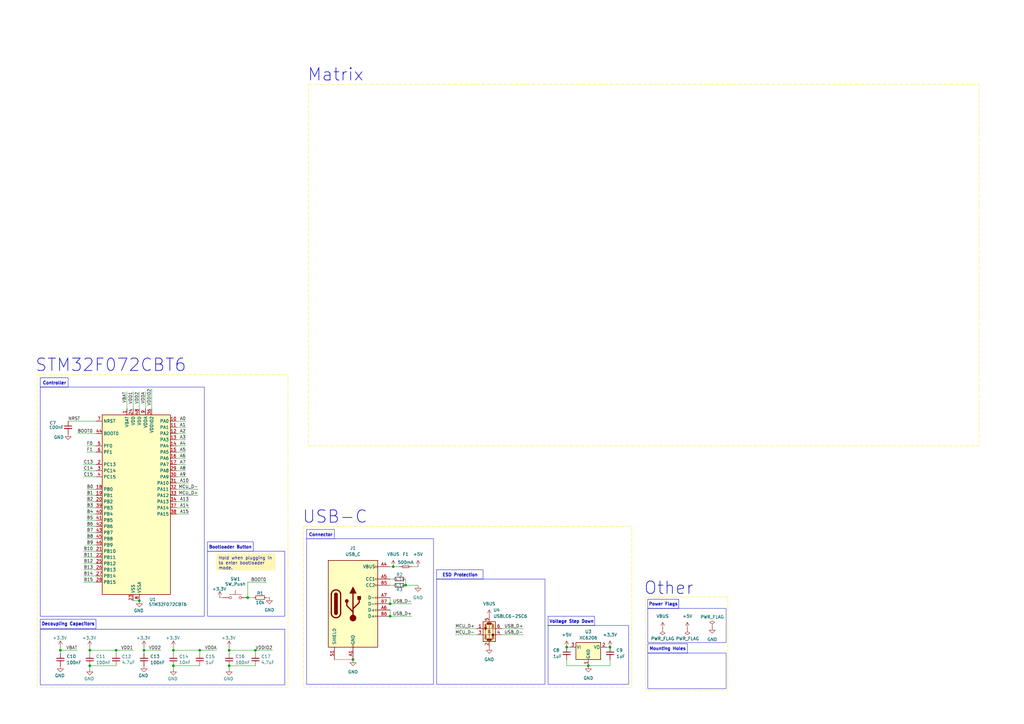
<source format=kicad_sch>
(kicad_sch (version 20231120) (generator "eeschema") (generator_version "8.0")
  (paper "A3")
  (title_block (rev "V1.0.0"))
  (lib_symbols
    (symbol "Connector:USB_C_Receptacle_USB2.0_14P" (pin_names (offset 1.016))
      (property "Reference" "J" (at 0 22.225 0))
      (property "Value" "USB_C_Receptacle_USB2.0_14P" (at 0 19.685 0))
      (symbol "USB_C_Receptacle_USB2.0_14P_0_0"
        (rectangle (start -0.254 -17.78) (end 0.254 -16.764))
        (rectangle (start 10.16 -4.826) (end 9.144 -5.334))
        (rectangle (start 10.16 -2.286) (end 9.144 -2.794))
        (rectangle (start 10.16 0.254) (end 9.144 -0.254))
        (rectangle (start 10.16 2.794) (end 9.144 2.286))
        (rectangle (start 10.16 7.874) (end 9.144 7.366))
        (rectangle (start 10.16 10.414) (end 9.144 9.906))
        (rectangle (start 10.16 15.494) (end 9.144 14.986))
      )
      (symbol "USB_C_Receptacle_USB2.0_14P_0_1"
        (rectangle (start -10.16 17.78) (end 10.16 -17.78) (stroke (width 0.254)) (fill (type background)))
        (arc (start -8.89 -3.81) (mid -6.985 -5.7067) (end -5.08 -3.81) (stroke (width 0.508)))
        (arc (start -7.62 -3.81) (mid -6.985 -4.4423) (end -6.35 -3.81) (stroke (width 0.254)))
        (arc (start -7.62 -3.81) (mid -6.985 -4.4423) (end -6.35 -3.81) (stroke (width 0.254)) (fill (type outline)))
        (rectangle (start -7.62 -3.81) (end -6.35 3.81) (stroke (width 0.254)) (fill (type outline)))
        (arc (start -6.35 3.81) (mid -6.985 4.4423) (end -7.62 3.81) (stroke (width 0.254)))
        (arc (start -6.35 3.81) (mid -6.985 4.4423) (end -7.62 3.81) (stroke (width 0.254)) (fill (type outline)))
        (arc (start -5.08 3.81) (mid -6.985 5.7067) (end -8.89 3.81) (stroke (width 0.508)))
        (circle (center -2.54 1.143) (radius 0.635) (stroke (width 0.254)) (fill (type outline)))
        (circle (center 0 -5.842) (radius 1.27) (fill (type outline)))
        (polyline (pts (xy -8.89 -3.81) (xy -8.89 3.81)) (stroke (width 0.508)))
        (polyline (pts (xy -5.08 3.81) (xy -5.08 -3.81)) (stroke (width 0.508)))
        (polyline (pts (xy 0 -5.842) (xy 0 4.318)) (stroke (width 0.508)))
        (polyline (pts (xy 0 -3.302) (xy -2.54 -0.762) (xy -2.54 0.508)) (stroke (width 0.508)))
        (polyline (pts (xy 0 -2.032) (xy 2.54 0.508) (xy 2.54 1.778)) (stroke (width 0.508)))
        (polyline (pts (xy -1.27 4.318) (xy 0 6.858) (xy 1.27 4.318) (xy -1.27 4.318)) (stroke (width 0.254)) (fill (type outline)))
        (rectangle (start 1.905 1.778) (end 3.175 3.048) (stroke (width 0.254)) (fill (type outline)))
      )
      (symbol "USB_C_Receptacle_USB2.0_14P_1_1"
        (pin passive line (at 0 -22.86 90) (length 5.08) (name "GND") (number "A1"))
        (pin passive line (at 0 -22.86 90) (length 5.08) hide (name "GND") (number "A12"))
        (pin passive line (at 15.24 15.24 180) (length 5.08) (name "VBUS") (number "A4"))
        (pin bidirectional line (at 15.24 10.16 180) (length 5.08) (name "CC1") (number "A5"))
        (pin bidirectional line (at 15.24 -2.54 180) (length 5.08) (name "D+") (number "A6"))
        (pin bidirectional line (at 15.24 2.54 180) (length 5.08) (name "D-") (number "A7"))
        (pin passive line (at 15.24 15.24 180) (length 5.08) hide (name "VBUS") (number "A9"))
        (pin passive line (at 0 -22.86 90) (length 5.08) hide (name "GND") (number "B1"))
        (pin passive line (at 0 -22.86 90) (length 5.08) hide (name "GND") (number "B12"))
        (pin passive line (at 15.24 15.24 180) (length 5.08) hide (name "VBUS") (number "B4"))
        (pin bidirectional line (at 15.24 7.62 180) (length 5.08) (name "CC2") (number "B5"))
        (pin bidirectional line (at 15.24 -5.08 180) (length 5.08) (name "D+") (number "B6"))
        (pin bidirectional line (at 15.24 0 180) (length 5.08) (name "D-") (number "B7"))
        (pin passive line (at 15.24 15.24 180) (length 5.08) hide (name "VBUS") (number "B9"))
        (pin passive line (at -7.62 -22.86 90) (length 5.08) (name "SHIELD") (number "S1"))
      )
    )
    (symbol "Device:C_Small" (pin_numbers hide) (pin_names (offset 0.254) hide)
      (property "Reference" "C" (at 0.254 1.778 0))
      (property "Value" "C_Small" (at 0.254 -2.032 0))
      (symbol "C_Small_0_1"
        (polyline (pts (xy -1.524 -0.508) (xy 1.524 -0.508)) (stroke (width 0.3302)))
        (polyline (pts (xy -1.524 0.508) (xy 1.524 0.508)) (stroke (width 0.3048)))
      )
      (symbol "C_Small_1_1"
        (pin passive line (at 0 2.54 270) (length 2.032) (name "~") (number "1"))
        (pin passive line (at 0 -2.54 90) (length 2.032) (name "~") (number "2"))
      )
    )
    (symbol "Device:Fuse_Small" (pin_numbers hide) (pin_names (offset 0.254) hide)
      (property "Reference" "F" (at 0 -1.524 0))
      (property "Value" "Fuse_Small" (at 0 1.524 0))
      (symbol "Fuse_Small_0_1"
        (rectangle (start -1.27 0.508) (end 1.27 -0.508))
        (polyline (pts (xy -1.27 0) (xy 1.27 0)))
      )
      (symbol "Fuse_Small_1_1"
        (pin passive line (at -2.54 0 0) (length 1.27) (name "~") (number "1"))
        (pin passive line (at 2.54 0 180) (length 1.27) (name "~") (number "2"))
      )
    )
    (symbol "Device:R_Small" (pin_numbers hide) (pin_names (offset 0.254) hide)
      (property "Reference" "R" (at 0.762 0.508 0))
      (property "Value" "R_Small" (at 0.762 -1.016 0))
      (symbol "R_Small_0_1"
        (rectangle (start -0.762 1.778) (end 0.762 -1.778) (stroke (width 0.2032)))
      )
      (symbol "R_Small_1_1"
        (pin passive line (at 0 2.54 270) (length 0.762) (name "~") (number "1"))
        (pin passive line (at 0 -2.54 90) (length 0.762) (name "~") (number "2"))
      )
    )
    (symbol "MCU_ST_STM32F0:STM32F072CBTx"
      (property "Reference" "U" (at -12.7 39.37 0))
      (property "Value" "STM32F072CBTx" (at 10.16 39.37 0))
      (symbol "STM32F072CBTx_0_1"
        (rectangle (start -12.7 -35.56) (end 15.24 38.1) (stroke (width 0.254)) (fill (type background)))
      )
      (symbol "STM32F072CBTx_1_1"
        (pin power_in line (at -2.54 40.64 270) (length 2.54) (name "VBAT") (number "1"))
        (pin bidirectional line (at 17.78 35.56 180) (length 2.54) (name "PA0") (number "10"))
        (pin bidirectional line (at 17.78 33.02 180) (length 2.54) (name "PA1") (number "11"))
        (pin bidirectional line (at 17.78 30.48 180) (length 2.54) (name "PA2") (number "12"))
        (pin bidirectional line (at 17.78 27.94 180) (length 2.54) (name "PA3") (number "13"))
        (pin bidirectional line (at 17.78 25.4 180) (length 2.54) (name "PA4") (number "14"))
        (pin bidirectional line (at 17.78 22.86 180) (length 2.54) (name "PA5") (number "15"))
        (pin bidirectional line (at 17.78 20.32 180) (length 2.54) (name "PA6") (number "16"))
        (pin bidirectional line (at 17.78 17.78 180) (length 2.54) (name "PA7") (number "17"))
        (pin bidirectional line (at -15.24 7.62 0) (length 2.54) (name "PB0") (number "18"))
        (pin bidirectional line (at -15.24 5.08 0) (length 2.54) (name "PB1") (number "19"))
        (pin bidirectional line (at -15.24 17.78 0) (length 2.54) (name "PC13") (number "2"))
        (pin bidirectional line (at -15.24 2.54 0) (length 2.54) (name "PB2") (number "20"))
        (pin bidirectional line (at -15.24 -17.78 0) (length 2.54) (name "PB10") (number "21"))
        (pin bidirectional line (at -15.24 -20.32 0) (length 2.54) (name "PB11") (number "22"))
        (pin power_in line (at 0 -38.1 90) (length 2.54) (name "VSS") (number "23"))
        (pin power_in line (at 0 40.64 270) (length 2.54) (name "VDD") (number "24"))
        (pin bidirectional line (at -15.24 -22.86 0) (length 2.54) (name "PB12") (number "25"))
        (pin bidirectional line (at -15.24 -25.4 0) (length 2.54) (name "PB13") (number "26"))
        (pin bidirectional line (at -15.24 -27.94 0) (length 2.54) (name "PB14") (number "27"))
        (pin bidirectional line (at -15.24 -30.48 0) (length 2.54) (name "PB15") (number "28"))
        (pin bidirectional line (at 17.78 15.24 180) (length 2.54) (name "PA8") (number "29"))
        (pin bidirectional line (at -15.24 15.24 0) (length 2.54) (name "PC14") (number "3"))
        (pin bidirectional line (at 17.78 12.7 180) (length 2.54) (name "PA9") (number "30"))
        (pin bidirectional line (at 17.78 10.16 180) (length 2.54) (name "PA10") (number "31"))
        (pin bidirectional line (at 17.78 7.62 180) (length 2.54) (name "PA11") (number "32"))
        (pin bidirectional line (at 17.78 5.08 180) (length 2.54) (name "PA12") (number "33"))
        (pin bidirectional line (at 17.78 2.54 180) (length 2.54) (name "PA13") (number "34"))
        (pin passive line (at 0 -38.1 90) (length 2.54) hide (name "VSS") (number "35"))
        (pin power_in line (at 7.62 40.64 270) (length 2.54) (name "VDDIO2") (number "36"))
        (pin bidirectional line (at 17.78 0 180) (length 2.54) (name "PA14") (number "37"))
        (pin bidirectional line (at 17.78 -2.54 180) (length 2.54) (name "PA15") (number "38"))
        (pin bidirectional line (at -15.24 0 0) (length 2.54) (name "PB3") (number "39"))
        (pin bidirectional line (at -15.24 12.7 0) (length 2.54) (name "PC15") (number "4"))
        (pin bidirectional line (at -15.24 -2.54 0) (length 2.54) (name "PB4") (number "40"))
        (pin bidirectional line (at -15.24 -5.08 0) (length 2.54) (name "PB5") (number "41"))
        (pin bidirectional line (at -15.24 -7.62 0) (length 2.54) (name "PB6") (number "42"))
        (pin bidirectional line (at -15.24 -10.16 0) (length 2.54) (name "PB7") (number "43"))
        (pin input line (at -15.24 30.48 0) (length 2.54) (name "BOOT0") (number "44"))
        (pin bidirectional line (at -15.24 -12.7 0) (length 2.54) (name "PB8") (number "45"))
        (pin bidirectional line (at -15.24 -15.24 0) (length 2.54) (name "PB9") (number "46"))
        (pin passive line (at 0 -38.1 90) (length 2.54) hide (name "VSS") (number "47"))
        (pin power_in line (at 2.54 40.64 270) (length 2.54) (name "VDD") (number "48"))
        (pin bidirectional line (at -15.24 25.4 0) (length 2.54) (name "PF0") (number "5"))
        (pin bidirectional line (at -15.24 22.86 0) (length 2.54) (name "PF1") (number "6"))
        (pin input line (at -15.24 35.56 0) (length 2.54) (name "NRST") (number "7"))
        (pin power_in line (at 2.54 -38.1 90) (length 2.54) (name "VSSA") (number "8"))
        (pin power_in line (at 5.08 40.64 270) (length 2.54) (name "VDDA") (number "9"))
      )
    )
    (symbol "Power_Protection:USBLC6-2SC6" (pin_names hide)
      (property "Reference" "U" (at 0.635 5.715 0))
      (property "Value" "USBLC6-2SC6" (at 0.635 3.81 0))
      (symbol "USBLC6-2SC6_0_0"
        (circle (center -1.524 0) (radius 0.0001) (stroke (width 0.508)))
        (circle (center -0.508 -4.572) (radius 0.0001) (stroke (width 0.508)))
        (circle (center -0.508 2.032) (radius 0.0001) (stroke (width 0.508)))
        (circle (center 0.508 -4.572) (radius 0.0001) (stroke (width 0.508)))
        (circle (center 0.508 2.032) (radius 0.0001) (stroke (width 0.508)))
        (circle (center 1.524 -2.54) (radius 0.0001) (stroke (width 0.508)))
      )
      (symbol "USBLC6-2SC6_0_1"
        (polyline (pts (xy -2.54 -2.54) (xy 2.54 -2.54)))
        (polyline (pts (xy -2.54 0) (xy 2.54 0)))
        (polyline (pts (xy -2.032 -3.048) (xy -1.016 -3.048)))
        (polyline (pts (xy -1.016 1.524) (xy -2.032 1.524)))
        (polyline (pts (xy 1.016 -3.048) (xy 2.032 -3.048)))
        (polyline (pts (xy 1.016 1.524) (xy 2.032 1.524)))
        (polyline (pts (xy -0.508 -1.143) (xy -0.508 -0.762) (xy 0.508 -0.762)))
        (polyline (pts (xy -2.032 0.508) (xy -1.016 0.508) (xy -1.524 1.524) (xy -2.032 0.508)))
        (polyline (pts (xy -1.016 -4.064) (xy -2.032 -4.064) (xy -1.524 -3.048) (xy -1.016 -4.064)))
        (polyline (pts (xy 0.508 -1.778) (xy -0.508 -1.778) (xy 0 -0.762) (xy 0.508 -1.778)))
        (polyline (pts (xy 2.032 -4.064) (xy 1.016 -4.064) (xy 1.524 -3.048) (xy 2.032 -4.064)))
        (polyline (pts (xy 2.032 0.508) (xy 1.016 0.508) (xy 1.524 1.524) (xy 2.032 0.508)))
        (polyline (pts (xy 0 2.54) (xy -0.508 2.032) (xy 0.508 2.032) (xy 0 1.524) (xy 0 -4.064) (xy -0.508 -4.572) (xy 0.508 -4.572) (xy 0 -5.08)))
      )
      (symbol "USBLC6-2SC6_1_1"
        (rectangle (start -2.54 2.794) (end 2.54 -5.334) (stroke (width 0.254)) (fill (type background)))
        (polyline (pts (xy -0.508 2.032) (xy -1.524 2.032) (xy -1.524 -4.572) (xy -0.508 -4.572)))
        (polyline (pts (xy 0.508 -4.572) (xy 1.524 -4.572) (xy 1.524 2.032) (xy 0.508 2.032)))
        (pin passive line (at -5.08 0 0) (length 2.54) (name "I/O1") (number "1"))
        (pin passive line (at 0 -7.62 90) (length 2.54) (name "GND") (number "2"))
        (pin passive line (at -5.08 -2.54 0) (length 2.54) (name "I/O2") (number "3"))
        (pin passive line (at 5.08 -2.54 180) (length 2.54) (name "I/O2") (number "4"))
        (pin passive line (at 0 5.08 270) (length 2.54) (name "VBUS") (number "5"))
        (pin passive line (at 5.08 0 180) (length 2.54) (name "I/O1") (number "6"))
      )
    )
    (symbol "Regulator_Linear:XC6206PxxxMR" (pin_names (offset 0.254))
      (property "Reference" "U" (at -3.81 3.175 0))
      (property "Value" "XC6206PxxxMR" (at 0 3.175 0))
      (symbol "XC6206PxxxMR_0_1"
        (rectangle (start -5.08 1.905) (end 5.08 -5.08) (stroke (width 0.254)) (fill (type background)))
      )
      (symbol "XC6206PxxxMR_1_1"
        (pin power_in line (at 0 -7.62 90) (length 2.54) (name "GND") (number "1"))
        (pin power_out line (at 7.62 0 180) (length 2.54) (name "VO") (number "2"))
        (pin power_in line (at -7.62 0 0) (length 2.54) (name "VI") (number "3"))
      )
    )
    (symbol "Switch:SW_Push" (pin_numbers hide) (pin_names (offset 1.016) hide)
      (property "Reference" "SW" (at 1.27 2.54 0))
      (property "Value" "SW_Push" (at 0 -1.524 0))
      (symbol "SW_Push_0_1"
        (circle (center -2.032 0) (radius 0.508))
        (polyline (pts (xy 0 1.27) (xy 0 3.048)))
        (polyline (pts (xy 2.54 1.27) (xy -2.54 1.27)))
        (circle (center 2.032 0) (radius 0.508))
        (pin passive line (at -5.08 0 0) (length 2.54) (name "1") (number "1"))
        (pin passive line (at 5.08 0 180) (length 2.54) (name "2") (number "2"))
      )
    )
    (symbol "power:+3.3V" (power) (pin_numbers hide) (pin_names (offset 0) hide)
      (property "Value" "+3.3V" (at 0 3.556 0))
      (symbol "+3.3V_0_1"
        (polyline (pts (xy -0.762 1.27) (xy 0 2.54)))
        (polyline (pts (xy 0 0) (xy 0 2.54)))
        (polyline (pts (xy 0 2.54) (xy 0.762 1.27)))
      )
      (symbol "+3.3V_1_1"
        (pin power_in line (at 0 0 90) (length 0) (name "~") (number "1"))
      )
    )
    (symbol "power:+5V" (power) (pin_numbers hide) (pin_names (offset 0) hide)
      (property "Value" "+5V" (at 0 3.556 0))
      (symbol "+5V_0_1"
        (polyline (pts (xy -0.762 1.27) (xy 0 2.54)))
        (polyline (pts (xy 0 0) (xy 0 2.54)))
        (polyline (pts (xy 0 2.54) (xy 0.762 1.27)))
      )
      (symbol "+5V_1_1"
        (pin power_in line (at 0 0 90) (length 0) (name "~") (number "1"))
      )
    )
    (symbol "power:GND" (power) (pin_numbers hide) (pin_names (offset 0) hide)
      (property "Value" "GND" (at 0 -3.81 0))
      (symbol "GND_0_1"
        (polyline (pts (xy 0 0) (xy 0 -1.27) (xy 1.27 -1.27) (xy 0 -2.54) (xy -1.27 -1.27) (xy 0 -1.27)))
      )
      (symbol "GND_1_1"
        (pin power_in line (at 0 0 270) (length 0) (name "~") (number "1"))
      )
    )
    (symbol "power:PWR_FLAG" (power) (pin_numbers hide) (pin_names (offset 0) hide)
      (property "Value" "PWR_FLAG" (at 0 3.81 0))
      (symbol "PWR_FLAG_0_0"
        (pin power_out line (at 0 0 90) (length 0) (name "~") (number "1"))
      )
      (symbol "PWR_FLAG_0_1"
        (polyline (pts (xy 0 0) (xy 0 1.27) (xy -1.016 1.905) (xy 0 2.54) (xy 1.016 1.905) (xy 0 1.27)))
      )
    )
    (symbol "power:VBUS" (power) (pin_numbers hide) (pin_names (offset 0) hide)
      (property "Value" "VBUS" (at 0 3.556 0))
      (symbol "VBUS_0_1"
        (polyline (pts (xy -0.762 1.27) (xy 0 2.54)))
        (polyline (pts (xy 0 0) (xy 0 2.54)))
        (polyline (pts (xy 0 2.54) (xy 0.762 1.27)))
      )
      (symbol "VBUS_1_1"
        (pin power_in line (at 0 0 90) (length 0) (name "~") (number "1"))
      )
    )
  )
  (junction (at 71.12 273.05))
  (junction (at 161.29 232.41))
  (junction (at 232.41 265.43))
  (junction (at 47.625 266.7))
  (junction (at 59.055 266.7))
  (junction (at 57.15 246.38))
  (junction (at 144.78 270.51))
  (junction (at 36.83 273.05))
  (junction (at 160.02 247.65))
  (junction (at 101.6 245.11))
  (junction (at 160.02 252.73))
  (junction (at 104.775 266.7))
  (junction (at 24.765 266.7))
  (junction (at 93.98 273.05))
  (junction (at 36.83 266.7))
  (junction (at 81.915 266.7))
  (junction (at 166.37 240.03))
  (junction (at 71.12 266.7))
  (junction (at 241.3 273.05))
  (junction (at 250.19 265.43))
  (junction (at 93.98 266.7))
  (wire (pts (xy 34.29 231.14) (xy 39.37 231.14)))
  (wire (pts (xy 34.29 238.76) (xy 39.37 238.76)))
  (wire (pts (xy 71.12 266.7) (xy 71.12 267.97)))
  (wire (pts (xy 34.29 193.04) (xy 39.37 193.04)))
  (wire (pts (xy 160.02 250.19) (xy 160.02 252.73)))
  (wire (pts (xy 160.02 232.41) (xy 161.29 232.41)))
  (wire (pts (xy 52.07 160.655) (xy 52.07 167.64)))
  (wire (pts (xy 27.94 172.72) (xy 39.37 172.72)))
  (wire (pts (xy 76.2 193.04) (xy 72.39 193.04)))
  (wire (pts (xy 248.92 265.43) (xy 250.19 265.43)))
  (wire (pts (xy 76.2 185.42) (xy 72.39 185.42)))
  (wire (pts (xy 24.765 266.7) (xy 24.765 267.97)))
  (wire (pts (xy 101.6 245.11) (xy 104.14 245.11)))
  (wire (pts (xy 47.625 266.7) (xy 47.625 267.97)))
  (wire (pts (xy 81.28 200.66) (xy 72.39 200.66)))
  (wire (pts (xy 24.765 265.43) (xy 24.765 266.7)))
  (wire (pts (xy 137.16 270.51) (xy 144.78 270.51)))
  (wire (pts (xy 166.37 237.49) (xy 166.37 240.03)))
  (wire (pts (xy 76.2 195.58) (xy 72.39 195.58)))
  (wire (pts (xy 160.02 245.11) (xy 160.02 247.65)))
  (wire (pts (xy 168.91 232.41) (xy 171.45 232.41)))
  (wire (pts (xy 241.3 273.05) (xy 250.19 273.05)))
  (wire (pts (xy 35.56 218.44) (xy 39.37 218.44)))
  (wire (pts (xy 35.56 213.36) (xy 39.37 213.36)))
  (wire (pts (xy 93.98 273.05) (xy 104.775 273.05)))
  (wire (pts (xy 36.83 273.05) (xy 47.625 273.05)))
  (wire (pts (xy 77.47 210.82) (xy 72.39 210.82)))
  (wire (pts (xy 35.56 203.2) (xy 39.37 203.2)))
  (wire (pts (xy 34.29 228.6) (xy 39.37 228.6)))
  (wire (pts (xy 160.02 237.49) (xy 161.29 237.49)))
  (wire (pts (xy 76.2 180.34) (xy 72.39 180.34)))
  (wire (pts (xy 250.19 270.51) (xy 250.19 273.05)))
  (wire (pts (xy 232.41 265.43) (xy 233.68 265.43)))
  (wire (pts (xy 35.56 182.88) (xy 39.37 182.88)))
  (wire (pts (xy 76.2 172.72) (xy 72.39 172.72)))
  (wire (pts (xy 186.69 257.81) (xy 195.58 257.81)))
  (wire (pts (xy 66.04 266.7) (xy 59.055 266.7)))
  (wire (pts (xy 109.22 245.11) (xy 110.49 245.11)))
  (wire (pts (xy 161.29 232.41) (xy 163.83 232.41)))
  (wire (pts (xy 104.775 266.7) (xy 111.76 266.7)))
  (wire (pts (xy 54.61 246.38) (xy 57.15 246.38)))
  (wire (pts (xy 36.83 274.32) (xy 36.83 273.05)))
  (wire (pts (xy 59.69 160.655) (xy 59.69 167.64)))
  (wire (pts (xy 62.23 159.385) (xy 62.23 167.64)))
  (wire (pts (xy 35.56 208.28) (xy 39.37 208.28)))
  (wire (pts (xy 34.29 226.06) (xy 39.37 226.06)))
  (wire (pts (xy 34.29 233.68) (xy 39.37 233.68)))
  (wire (pts (xy 93.98 265.43) (xy 93.98 266.7)))
  (wire (pts (xy 71.12 274.32) (xy 71.12 273.05)))
  (wire (pts (xy 214.63 260.35) (xy 205.74 260.35)))
  (wire (pts (xy 186.69 260.35) (xy 195.58 260.35)))
  (wire (pts (xy 35.56 205.74) (xy 39.37 205.74)))
  (wire (pts (xy 76.2 175.26) (xy 72.39 175.26)))
  (wire (pts (xy 34.29 236.22) (xy 39.37 236.22)))
  (wire (pts (xy 36.83 265.43) (xy 36.83 266.7)))
  (wire (pts (xy 77.47 208.28) (xy 72.39 208.28)))
  (wire (pts (xy 57.15 160.655) (xy 57.15 167.64)))
  (wire (pts (xy 93.98 266.7) (xy 93.98 267.97)))
  (wire (pts (xy 214.63 257.81) (xy 205.74 257.81)))
  (wire (pts (xy 232.41 273.05) (xy 241.3 273.05)))
  (wire (pts (xy 101.6 238.76) (xy 101.6 245.11)))
  (wire (pts (xy 47.625 266.7) (xy 54.61 266.7)))
  (wire (pts (xy 168.91 247.65) (xy 160.02 247.65)))
  (wire (pts (xy 168.91 252.73) (xy 160.02 252.73)))
  (wire (pts (xy 81.28 203.2) (xy 72.39 203.2)))
  (wire (pts (xy 59.055 266.7) (xy 59.055 267.97)))
  (wire (pts (xy 76.2 190.5) (xy 72.39 190.5)))
  (wire (pts (xy 76.2 182.88) (xy 72.39 182.88)))
  (wire (pts (xy 35.56 185.42) (xy 39.37 185.42)))
  (wire (pts (xy 71.12 273.05) (xy 81.915 273.05)))
  (wire (pts (xy 232.41 270.51) (xy 232.41 273.05)))
  (wire (pts (xy 34.29 195.58) (xy 39.37 195.58)))
  (wire (pts (xy 59.055 265.43) (xy 59.055 266.7)))
  (wire (pts (xy 76.2 177.8) (xy 72.39 177.8)))
  (wire (pts (xy 90.17 245.11) (xy 91.44 245.11)))
  (wire (pts (xy 93.98 274.32) (xy 93.98 273.05)))
  (wire (pts (xy 71.12 265.43) (xy 71.12 266.7)))
  (wire (pts (xy 36.83 266.7) (xy 47.625 266.7)))
  (wire (pts (xy 109.22 238.76) (xy 101.6 238.76)))
  (wire (pts (xy 35.56 223.52) (xy 39.37 223.52)))
  (wire (pts (xy 104.775 266.7) (xy 104.775 267.97)))
  (wire (pts (xy 81.915 266.7) (xy 81.915 267.97)))
  (wire (pts (xy 35.56 210.82) (xy 39.37 210.82)))
  (wire (pts (xy 36.83 266.7) (xy 36.83 267.97)))
  (wire (pts (xy 160.02 240.03) (xy 161.29 240.03)))
  (wire (pts (xy 31.75 266.7) (xy 24.765 266.7)))
  (wire (pts (xy 54.61 160.655) (xy 54.61 167.64)))
  (wire (pts (xy 71.12 266.7) (xy 81.915 266.7)))
  (wire (pts (xy 81.915 266.7) (xy 88.9 266.7)))
  (wire (pts (xy 77.47 198.12) (xy 72.39 198.12)))
  (wire (pts (xy 77.47 205.74) (xy 72.39 205.74)))
  (wire (pts (xy 35.56 220.98) (xy 39.37 220.98)))
  (wire (pts (xy 76.2 187.96) (xy 72.39 187.96)))
  (wire (pts (xy 31.75 177.8) (xy 39.37 177.8)))
  (wire (pts (xy 34.29 190.5) (xy 39.37 190.5)))
  (wire (pts (xy 166.37 240.03) (xy 171.45 240.03)))
  (wire (pts (xy 35.56 200.66) (xy 39.37 200.66)))
  (wire (pts (xy 93.98 266.7) (xy 104.775 266.7)))
  (wire (pts (xy 35.56 215.9) (xy 39.37 215.9)))
  (rectangle (start 179.07 237.49) (end 223.52 280.67))
  (rectangle (start 16.51 258.064) (end 116.84 280.924))
  (rectangle (start 125.73 217.17) (end 137.16 220.98))
  (rectangle (start 265.684 264.033) (end 281.94 267.843))
  (rectangle (start 224.79 256.54) (end 257.81 280.67))
  (rectangle (start 15.24 153.67) (end 118.11 281.94) (stroke (width 0) (type dash) (color 255 229 36 1)))
  (rectangle (start 16.51 154.94) (end 27.94 158.75))
  (rectangle (start 265.684 245.745) (end 278.384 249.555))
  (rectangle (start 124.46 215.9) (end 259.08 281.94) (stroke (width 0) (type dash) (color 255 229 36 1)))
  (rectangle (start 85.09 222.25) (end 103.886 226.06))
  (rectangle (start 265.684 267.843) (end 297.815 282.448))
  (rectangle (start 264.922 244.856) (end 298.45 283.21) (stroke (width 0) (type dash) (color 255 229 36 1)))
  (rectangle (start 224.79 252.73) (end 243.84 256.54))
  (rectangle (start 85.09 226.06) (end 116.84 252.73))
  (rectangle (start 179.07 233.68) (end 198.12 237.49))
  (rectangle (start 126.492 34.544) (end 401.574 182.88) (stroke (width 0) (type dash) (color 255 229 36 1)))
  (rectangle (start 16.51 158.75) (end 83.82 252.73))
  (rectangle (start 125.73 220.98) (end 177.8 280.67))
  (rectangle (start 265.684 249.555) (end 297.815 263.525))
  (rectangle (start 16.51 254) (end 39.37 257.81))
  (text_box "Hold when plugging in to enter bootloader mode." (at 88.646 227.076 0) (size 24.384 6.858) (stroke (width -0.0001)) (fill (type color) (color 255 229 36 0.33)) (effects (font (size 1.27 1.27)) (justify left top)))
  (text "STM32F072CBT6" (at 45.466 149.86 0) (effects (font (size 5.08 5.08) (thickness 0.254) (bold yes))))
  (text "USB-C\n" (at 137.414 212.09 0) (effects (font (size 5.08 5.08) (thickness 0.254) (bold yes))))
  (text "Mounting Holes" (at 273.812 266.192 0) (effects (font (size 1.27 1.27) (thickness 0.254) (bold yes))))
  (text "Decoupling Capacitors" (at 27.94 256.032 0) (effects (font (size 1.27 1.27) (thickness 0.254) (bold yes))))
  (text "Controller\n" (at 22.352 157.226 0) (effects (font (size 1.27 1.27) (thickness 0.254) (bold yes))))
  (text "ESD Protection" (at 188.722 235.966 0) (effects (font (size 1.27 1.27) (thickness 0.254) (bold yes))))
  (text "Power Flags" (at 272.034 247.904 0) (effects (font (size 1.27 1.27) (thickness 0.254) (bold yes))))
  (text "Voltage Step Down" (at 234.442 255.016 0) (effects (font (size 1.27 1.27) (thickness 0.254) (bold yes))))
  (text "Other" (at 274.32 241.3 0) (effects (font (size 5.08 5.08) (thickness 0.254) (bold yes))))
  (text "Bootloader Button" (at 94.488 224.536 0) (effects (font (size 1.27 1.27) (thickness 0.254) (bold yes))))
  (text "Matrix" (at 137.668 30.734 0) (effects (font (size 5.08 5.08) (thickness 0.254) (bold yes))))
  (text "Connector\n" (at 131.572 219.456 0) (effects (font (size 1.27 1.27) (thickness 0.254) (bold yes))))
  (label "A7" (at 76.2 190.5 180))
  (label "A6" (at 76.2 187.96 180))
  (label "A10" (at 77.47 198.12 180))
  (label "B0" (at 35.56 200.66 0))
  (label "B6" (at 35.56 215.9 0))
  (label "MCU_D-" (at 81.28 200.66 180))
  (label "A3" (at 76.2 180.34 180))
  (label "B7" (at 35.56 218.44 0))
  (label "A15" (at 77.47 210.82 180))
  (label "VBAT" (at 31.75 266.7 180))
  (label "A5" (at 76.2 185.42 180))
  (label "B5" (at 35.56 213.36 0))
  (label "B1" (at 35.56 203.2 0))
  (label "B9" (at 35.56 223.52 0))
  (label "VDDIO2" (at 62.23 159.385 270))
  (label "USB_D+" (at 168.91 252.73 180))
  (label "B11" (at 34.29 228.6 0))
  (label "B4" (at 35.56 210.82 0))
  (label "MCU_D+" (at 81.28 203.2 180))
  (label "A14" (at 77.47 208.28 180))
  (label "NRST" (at 27.94 172.72 0))
  (label "VDDIO2" (at 111.76 266.7 180))
  (label "VDD2" (at 57.15 160.655 270))
  (label "A2" (at 76.2 177.8 180))
  (label "VDDA" (at 59.69 160.655 270))
  (label "F0" (at 35.56 182.88 0))
  (label "BOOT0" (at 109.22 238.76 180))
  (label "B15" (at 34.29 238.76 0))
  (label "F1" (at 35.56 185.42 0))
  (label "A13" (at 77.47 205.74 180))
  (label "B12" (at 34.29 231.14 0))
  (label "A9" (at 76.2 195.58 180))
  (label "A8" (at 76.2 193.04 180))
  (label "C13" (at 34.29 190.5 0))
  (label "B8" (at 35.56 220.98 0))
  (label "USB_D-" (at 168.91 247.65 180))
  (label "MCU_D-" (at 186.69 260.35 0))
  (label "BOOT0" (at 31.75 177.8 0))
  (label "A1" (at 76.2 175.26 180))
  (label "B2" (at 35.56 205.74 0))
  (label "C15" (at 34.29 195.58 0))
  (label "B13" (at 34.29 233.68 0))
  (label "VDD1" (at 54.61 160.655 270))
  (label "VDDA" (at 88.9 266.7 180))
  (label "VDD2" (at 66.04 266.7 180))
  (label "B3" (at 35.56 208.28 0))
  (label "B10" (at 34.29 226.06 0))
  (label "USB_D-" (at 214.63 260.35 180))
  (label "VBAT" (at 52.07 160.655 270))
  (label "A0" (at 76.2 172.72 180))
  (label "B14" (at 34.29 236.22 0))
  (label "MCU_D+" (at 186.69 257.81 0))
  (label "A4" (at 76.2 182.88 180))
  (label "USB_D+" (at 214.63 257.81 180))
  (label "VDD1" (at 54.61 266.7 180))
  (label "C14" (at 34.29 193.04 0))
  (symbol (lib_id "power:+3.3V") (at 93.98 265.43 0) (unit 1)
    (property "Reference" "#PWR024" (effects (hide yes)))
    (property "Value" "+3.3V" (at 93.726 261.62 0))
    (property "Description" "Power symbol creates a global label with name \"+3.3V\"" (effects (hide yes)))
  )
  (symbol (lib_id "power:+3.3V") (at 90.17 245.11 0) (unit 1)
    (property "Reference" "#PWR06" (effects (hide yes)))
    (property "Value" "+3.3V" (at 89.916 241.554 0))
    (property "Description" "Power symbol creates a global label with name \"+3.3V\"" (effects (hide yes)))
  )
  (symbol (lib_id "MCU_ST_STM32F0:STM32F072CBTx") (at 54.61 208.28 0) (unit 1)
    (property "Reference" "U1" (at 61.214 245.872 0) (effects (justify left)))
    (property "Value" "STM32F072CBT6" (at 60.96 247.904 0) (effects (justify left)))
    (property "Footprint" "ScottoKeebs_Components:Package_LQFP-48_7x7mm_P0.5" (effects (hide yes)))
    (property "Datasheet" "https://www.st.com/resource/en/datasheet/stm32f072cb.pdf" (effects (hide yes)))
    (property "Description" "STMicroelectronics Arm Cortex-M0 MCU, 128KB flash, 16KB RAM, 48 MHz, 2.0-3.6V, 37 GPIO, LQFP48" (effects (hide yes)))
    (property "LCSC" "C81720" (effects (hide yes)))
    (property "JlcRotOffset" "-90" (effects (hide yes)))
  )
  (symbol (lib_id "Regulator_Linear:XC6206PxxxMR") (at 241.3 265.43 0) (unit 1)
    (property "Reference" "U3" (at 241.3 259.08 0))
    (property "Value" "XC6206" (at 241.3 261.62 0))
    (property "Footprint" "ScottoKeebs_Components:Voltage_SOT-23" (effects (hide yes)))
    (property "Datasheet" "https://www.torexsemi.com/file/xc6206/XC6206.pdf" (effects (hide yes)))
    (property "Description" "Positive 60-250mA Low Dropout Regulator, Fixed Output, SOT-23" (effects (hide yes)))
    (property "LCSC" "C5446" (effects (hide yes)))
    (property "JlcRotOffset" "180" (effects (hide yes)))
  )
  (symbol (lib_id "power:+5V") (at 171.45 232.41 0) (unit 1)
    (property "Reference" "#PWR010" (effects (hide yes)))
    (property "Value" "+5V" (at 171.45 227.33 0))
    (property "Description" "Power symbol creates a global label with name \"+5V\"" (effects (hide yes)))
  )
  (symbol (lib_id "power:GND") (at 57.15 246.38 0) (unit 1)
    (property "Reference" "#PWR02" (effects (hide yes)))
    (property "Value" "GND" (at 56.896 250.444 0))
    (property "Description" "Power symbol creates a global label with name \"GND\" , ground" (effects (hide yes)))
  )
  (symbol (lib_id "Device:R_Small") (at 106.68 245.11 270) (unit 1)
    (property "Reference" "R1" (at 106.68 243.332 90))
    (property "Value" "10k" (at 106.68 247.142 90))
    (property "Footprint" "ScottoKeebs_Components:Resistor_0402" (effects (hide yes)))
    (property "Description" "Resistor, small symbol" (effects (hide yes)))
    (property "LCSC" "C25744" (effects (hide yes)))
  )
  (symbol (lib_id "Device:C_Small") (at 36.83 270.51 180) (unit 1)
    (property "Reference" "C11" (at 39.37 269.2335 0) (effects (justify right)))
    (property "Value" "100nF" (at 39.37 271.7735 0) (effects (justify right)))
    (property "Footprint" "ScottoKeebs_Components:Capacitor_0402" (effects (hide yes)))
    (property "Description" "Unpolarized capacitor, small symbol" (effects (hide yes)))
    (property "LCSC" "C307331" (effects (hide yes)))
    (property "MPN" "CL05B104KB54PNC" (effects (hide yes)))
  )
  (symbol (lib_id "power:+3.3V") (at 24.765 265.43 0) (unit 1)
    (property "Reference" "#PWR020" (effects (hide yes)))
    (property "Value" "+3.3V" (at 24.511 261.62 0))
    (property "Description" "Power symbol creates a global label with name \"+3.3V\"" (effects (hide yes)))
  )
  (symbol (lib_id "power:+5V") (at 232.41 265.43 0) (unit 1)
    (property "Reference" "#PWR016" (effects (hide yes)))
    (property "Value" "+5V" (at 232.41 260.35 0))
    (property "Description" "Power symbol creates a global label with name \"+5V\"" (effects (hide yes)))
  )
  (symbol (lib_id "power:GND") (at 71.12 274.32 0) (unit 1)
    (property "Reference" "#PWR028" (effects (hide yes)))
    (property "Value" "GND" (at 70.866 278.384 0))
    (property "Description" "Power symbol creates a global label with name \"GND\" , ground" (effects (hide yes)))
  )
  (symbol (lib_id "Power_Protection:USBLC6-2SC6") (at 200.66 257.81 0) (unit 1)
    (property "Reference" "U4" (at 202.3111 250.19 0) (effects (justify left)))
    (property "Value" "USBLC6-2SC6" (at 202.3111 252.73 0) (effects (justify left)))
    (property "Footprint" "ScottoKeebs_Components:ESD_SOT-23-6" (effects (hide yes)))
    (property "Datasheet" "https://www.st.com/resource/en/datasheet/usblc6-2.pdf" (effects (hide yes)))
    (property "Description" "Very low capacitance ESD protection diode, 2 data-line, SOT-23-6" (effects (hide yes)))
    (property "LCSC" "C2827654" (effects (hide yes)))
    (property "JlcRotOffset" "-90" (effects (hide yes)))
  )
  (symbol (lib_id "power:+5V") (at 281.94 257.81 0) (unit 1)
    (property "Reference" "#PWR019" (effects (hide yes)))
    (property "Value" "+5V" (at 281.94 252.73 0))
    (property "Description" "Power symbol creates a global label with name \"+5V\"" (effects (hide yes)))
  )
  (symbol (lib_id "power:+3.3V") (at 36.83 265.43 0) (unit 1)
    (property "Reference" "#PWR021" (effects (hide yes)))
    (property "Value" "+3.3V" (at 36.576 261.62 0))
    (property "Description" "Power symbol creates a global label with name \"+3.3V\"" (effects (hide yes)))
  )
  (symbol (lib_id "Device:C_Small") (at 232.41 267.97 0) (unit 1)
    (property "Reference" "C8" (at 226.822 266.7 0) (effects (justify left)))
    (property "Value" "1uF" (at 226.822 269.24 0) (effects (justify left)))
    (property "Footprint" "ScottoKeebs_Components:Capacitor_0402" (effects (hide yes)))
    (property "Description" "Unpolarized capacitor, small symbol" (effects (hide yes)))
    (property "LCSC" "C52923" (effects (hide yes)))
  )
  (symbol (lib_id "power:GND") (at 144.78 270.51 0) (unit 1)
    (property "Reference" "#PWR08" (effects (hide yes)))
    (property "Value" "GND" (at 144.78 275.59 0))
    (property "Description" "Power symbol creates a global label with name \"GND\" , ground" (effects (hide yes)))
  )
  (symbol (lib_id "power:PWR_FLAG") (at 292.1 257.175 0) (unit 1)
    (property "Reference" "#FLG01" (effects (hide yes)))
    (property "Value" "PWR_FLAG" (at 292.1 253.0419 0))
    (property "Description" "Special symbol for telling ERC where power comes from" (effects (hide yes)))
  )
  (symbol (lib_id "Device:C_Small") (at 104.775 270.51 180) (unit 1)
    (property "Reference" "C17" (at 107.0991 269.2914 0) (effects (justify right)))
    (property "Value" "4.7uF" (at 107.0991 271.7157 0) (effects (justify right)))
    (property "Footprint" "ScottoKeebs_Components:Capacitor_0402" (effects (hide yes)))
    (property "Description" "Unpolarized capacitor, small symbol" (effects (hide yes)))
    (property "LCSC" "C23733" (effects (hide yes)))
    (property "MPN" "CL05A475MP5NRNC" (effects (hide yes)))
  )
  (symbol (lib_id "power:GND") (at 110.49 245.11 0) (unit 1)
    (property "Reference" "#PWR07" (effects (hide yes)))
    (property "Value" "GND" (at 110.49 250.19 0))
    (property "Description" "Power symbol creates a global label with name \"GND\" , ground" (effects (hide yes)))
  )
  (symbol (lib_id "power:GND") (at 59.055 273.05 0) (unit 1)
    (property "Reference" "#PWR026" (effects (hide yes)))
    (property "Value" "GND" (at 58.801 277.114 0))
    (property "Description" "Power symbol creates a global label with name \"GND\" , ground" (effects (hide yes)))
  )
  (symbol (lib_id "power:GND") (at 36.83 274.32 0) (unit 1)
    (property "Reference" "#PWR027" (effects (hide yes)))
    (property "Value" "GND" (at 36.576 278.384 0))
    (property "Description" "Power symbol creates a global label with name \"GND\" , ground" (effects (hide yes)))
  )
  (symbol (lib_id "power:GND") (at 241.3 273.05 0) (unit 1)
    (property "Reference" "#PWR015" (effects (hide yes)))
    (property "Value" "GND" (at 241.3 278.13 0))
    (property "Description" "Power symbol creates a global label with name \"GND\" , ground" (effects (hide yes)))
  )
  (symbol (lib_id "Device:C_Small") (at 47.625 270.51 180) (unit 1)
    (property "Reference" "C12" (at 49.9491 269.2914 0) (effects (justify right)))
    (property "Value" "4.7uF" (at 49.9491 271.7157 0) (effects (justify right)))
    (property "Footprint" "ScottoKeebs_Components:Capacitor_0402" (effects (hide yes)))
    (property "Description" "Unpolarized capacitor, small symbol" (effects (hide yes)))
    (property "LCSC" "C23733" (effects (hide yes)))
    (property "MPN" "CL05A475MP5NRNC" (effects (hide yes)))
  )
  (symbol (lib_id "power:+3.3V") (at 71.12 265.43 0) (unit 1)
    (property "Reference" "#PWR023" (effects (hide yes)))
    (property "Value" "+3.3V" (at 70.866 261.62 0))
    (property "Description" "Power symbol creates a global label with name \"+3.3V\"" (effects (hide yes)))
  )
  (symbol (lib_id "Device:C_Small") (at 81.915 270.51 180) (unit 1)
    (property "Reference" "C15" (at 84.2391 269.2914 0) (effects (justify right)))
    (property "Value" "1uF" (at 84.2391 271.7157 0) (effects (justify right)))
    (property "Footprint" "ScottoKeebs_Components:Capacitor_0402" (effects (hide yes)))
    (property "Description" "Unpolarized capacitor, small symbol" (effects (hide yes)))
    (property "LCSC" "C52923" (effects (hide yes)))
    (property "MPN" "CL05A105KA5NQNC" (effects (hide yes)))
  )
  (symbol (lib_id "power:VBUS") (at 271.78 257.81 0) (unit 1)
    (property "Reference" "#PWR018" (effects (hide yes)))
    (property "Value" "VBUS" (at 271.78 252.73 0))
    (property "Description" "Power symbol creates a global label with name \"VBUS\"" (effects (hide yes)))
  )
  (symbol (lib_id "Device:C_Small") (at 24.765 270.51 180) (unit 1)
    (property "Reference" "C10" (at 27.305 269.2335 0) (effects (justify right)))
    (property "Value" "100nF" (at 27.305 271.7735 0) (effects (justify right)))
    (property "Footprint" "ScottoKeebs_Components:Capacitor_0402" (effects (hide yes)))
    (property "Description" "Unpolarized capacitor, small symbol" (effects (hide yes)))
    (property "LCSC" "C307331" (effects (hide yes)))
    (property "MPN" "CL05B104KB54PNC" (effects (hide yes)))
  )
  (symbol (lib_id "Device:C_Small") (at 27.94 175.26 0) (unit 1)
    (property "Reference" "C7" (at 20.32 173.482 0) (effects (justify left)))
    (property "Value" "100nF" (at 20.066 175.26 0) (effects (justify left)))
    (property "Footprint" "ScottoKeebs_Components:Capacitor_0402" (effects (hide yes)))
    (property "Description" "Unpolarized capacitor, small symbol" (effects (hide yes)))
    (property "LCSC" "C307331" (effects (hide yes)))
  )
  (symbol (lib_id "power:GND") (at 292.1 257.175 0) (unit 1)
    (property "Reference" "#PWR017" (effects (hide yes)))
    (property "Value" "GND" (at 292.1 262.255 0))
    (property "Description" "Power symbol creates a global label with name \"GND\" , ground" (effects (hide yes)))
  )
  (symbol (lib_id "Device:R_Small") (at 163.83 240.03 90) (unit 1)
    (property "Reference" "R3" (at 163.83 241.808 90))
    (property "Value" "5.1k" (at 163.83 240.03 90))
    (property "Footprint" "ScottoKeebs_Components:Resistor_0402" (effects (hide yes)))
    (property "Description" "Resistor, small symbol" (effects (hide yes)))
    (property "LCSC" "C25905" (effects (hide yes)))
  )
  (symbol (lib_id "power:+3.3V") (at 250.19 265.43 0) (unit 1)
    (property "Reference" "#PWR014" (effects (hide yes)))
    (property "Value" "+3.3V" (at 250.19 260.35 0))
    (property "Description" "Power symbol creates a global label with name \"+3.3V\"" (effects (hide yes)))
  )
  (symbol (lib_id "power:PWR_FLAG") (at 271.78 257.81 180) (unit 1)
    (property "Reference" "#FLG02" (effects (hide yes)))
    (property "Value" "PWR_FLAG" (at 271.78 261.9431 0))
    (property "Description" "Special symbol for telling ERC where power comes from" (effects (hide yes)))
  )
  (symbol (lib_id "power:GND") (at 200.66 265.43 0) (unit 1)
    (property "Reference" "#PWR013" (effects (hide yes)))
    (property "Value" "GND" (at 200.66 270.51 0))
    (property "Description" "Power symbol creates a global label with name \"GND\" , ground" (effects (hide yes)))
  )
  (symbol (lib_id "Device:R_Small") (at 163.83 237.49 90) (unit 1)
    (property "Reference" "R2" (at 163.83 235.712 90))
    (property "Value" "5.1k" (at 163.83 237.49 90))
    (property "Footprint" "ScottoKeebs_Components:Resistor_0402" (effects (hide yes)))
    (property "Description" "Resistor, small symbol" (effects (hide yes)))
    (property "LCSC" "C25905" (effects (hide yes)))
  )
  (symbol (lib_id "Device:Fuse_Small") (at 166.37 232.41 0) (unit 1)
    (property "Reference" "F1" (at 166.37 227.33 0))
    (property "Value" "500mA" (at 166.37 230.632 0))
    (property "Footprint" "ScottoKeebs_Components:Fuse_0603" (effects (hide yes)))
    (property "Description" "Fuse, small symbol" (effects (hide yes)))
    (property "LCSC" "C210357" (effects (hide yes)))
  )
  (symbol (lib_id "power:VBUS") (at 200.66 252.73 0) (unit 1)
    (property "Reference" "#PWR012" (effects (hide yes)))
    (property "Value" "VBUS" (at 200.66 247.65 0))
    (property "Description" "Power symbol creates a global label with name \"VBUS\"" (effects (hide yes)))
  )
  (symbol (lib_id "Device:C_Small") (at 93.98 270.51 180) (unit 1)
    (property "Reference" "C16" (at 96.52 269.2335 0) (effects (justify right)))
    (property "Value" "100nF" (at 96.52 271.7735 0) (effects (justify right)))
    (property "Footprint" "ScottoKeebs_Components:Capacitor_0402" (effects (hide yes)))
    (property "Description" "Unpolarized capacitor, small symbol" (effects (hide yes)))
    (property "LCSC" "C307331" (effects (hide yes)))
    (property "MPN" "CL05B104KB54PNC" (effects (hide yes)))
  )
  (symbol (lib_id "power:GND") (at 24.765 273.05 0) (unit 1)
    (property "Reference" "#PWR025" (effects (hide yes)))
    (property "Value" "GND" (at 24.511 277.114 0))
    (property "Description" "Power symbol creates a global label with name \"GND\" , ground" (effects (hide yes)))
  )
  (symbol (lib_id "power:GND") (at 93.98 274.32 0) (unit 1)
    (property "Reference" "#PWR029" (effects (hide yes)))
    (property "Value" "GND" (at 93.726 278.384 0))
    (property "Description" "Power symbol creates a global label with name \"GND\" , ground" (effects (hide yes)))
  )
  (symbol (lib_id "Device:C_Small") (at 71.12 270.51 180) (unit 1)
    (property "Reference" "C14" (at 73.4441 269.2914 0) (effects (justify right)))
    (property "Value" "10nF" (at 73.4441 271.7157 0) (effects (justify right)))
    (property "Footprint" "ScottoKeebs_Components:Capacitor_0402" (effects (hide yes)))
    (property "Description" "Unpolarized capacitor, small symbol" (effects (hide yes)))
    (property "LCSC" "C15195" (effects (hide yes)))
    (property "MPN" "CL05B103KB5NNNC" (effects (hide yes)))
  )
  (symbol (lib_id "power:+3.3V") (at 59.055 265.43 0) (unit 1)
    (property "Reference" "#PWR022" (effects (hide yes)))
    (property "Value" "+3.3V" (at 58.801 261.62 0))
    (property "Description" "Power symbol creates a global label with name \"+3.3V\"" (effects (hide yes)))
  )
  (symbol (lib_id "power:VBUS") (at 161.29 232.41 0) (unit 1)
    (property "Reference" "#PWR09" (effects (hide yes)))
    (property "Value" "VBUS" (at 161.29 227.33 0))
    (property "Description" "Power symbol creates a global label with name \"VBUS\"" (effects (hide yes)))
  )
  (symbol (lib_id "Connector:USB_C_Receptacle_USB2.0_14P") (at 144.78 247.65 0) (unit 1)
    (property "Reference" "J1" (at 144.78 224.79 0))
    (property "Value" "USB_C" (at 144.78 227.33 0))
    (property "Footprint" "ScottoKeebs_Components:USB_C_HRO_TYPE-C-31-M-12" (effects (hide yes)))
    (property "Datasheet" "https://www.usb.org/sites/default/files/documents/usb_type-c.zip" (effects (hide yes)))
    (property "Description" "USB 2.0-only 14P Type-C Receptacle connector" (effects (hide yes)))
    (property "LCSC" "C165948" (effects (hide yes)))
  )
  (symbol (lib_id "Device:C_Small") (at 59.055 270.51 180) (unit 1)
    (property "Reference" "C13" (at 61.595 269.2335 0) (effects (justify right)))
    (property "Value" "100nF" (at 61.595 271.7735 0) (effects (justify right)))
    (property "Footprint" "ScottoKeebs_Components:Capacitor_0402" (effects (hide yes)))
    (property "Description" "Unpolarized capacitor, small symbol" (effects (hide yes)))
    (property "LCSC" "C307331" (effects (hide yes)))
    (property "MPN" "CL05B104KB54PNC" (effects (hide yes)))
  )
  (symbol (lib_id "power:GND") (at 27.94 177.8 0) (unit 1)
    (property "Reference" "#PWR05" (effects (hide yes)))
    (property "Value" "GND" (at 24.13 179.324 0))
    (property "Description" "Power symbol creates a global label with name \"GND\" , ground" (effects (hide yes)))
  )
  (symbol (lib_id "Switch:SW_Push") (at 96.52 245.11 0) (unit 1)
    (property "Reference" "SW1" (at 96.52 237.49 0))
    (property "Value" "SW_Push" (at 96.52 239.522 0))
    (property "Footprint" "ScottoKeebs_Components:Button_TL3342" (effects (hide yes)))
    (property "Description" "Push button switch, generic, two pins" (effects (hide yes)))
    (property "LCSC" "C115351" (effects (hide yes)))
  )
  (symbol (lib_id "Device:C_Small") (at 250.19 267.97 0) (unit 1)
    (property "Reference" "C9" (at 252.73 266.7062 0) (effects (justify left)))
    (property "Value" "1uF" (at 252.73 269.2462 0) (effects (justify left)))
    (property "Footprint" "ScottoKeebs_Components:Capacitor_0402" (effects (hide yes)))
    (property "Description" "Unpolarized capacitor, small symbol" (effects (hide yes)))
    (property "LCSC" "C52923" (effects (hide yes)))
  )
  (symbol (lib_id "power:GND") (at 171.45 240.03 0) (unit 1)
    (property "Reference" "#PWR011" (effects (hide yes)))
    (property "Value" "GND" (at 171.45 245.11 0))
    (property "Description" "Power symbol creates a global label with name \"GND\" , ground" (effects (hide yes)))
  )
  (symbol (lib_id "power:PWR_FLAG") (at 281.94 257.81 180) (unit 1)
    (property "Reference" "#FLG03" (effects (hide yes)))
    (property "Value" "PWR_FLAG" (at 281.94 261.9431 0))
    (property "Description" "Special symbol for telling ERC where power comes from" (effects (hide yes)))
  )
)
</source>
